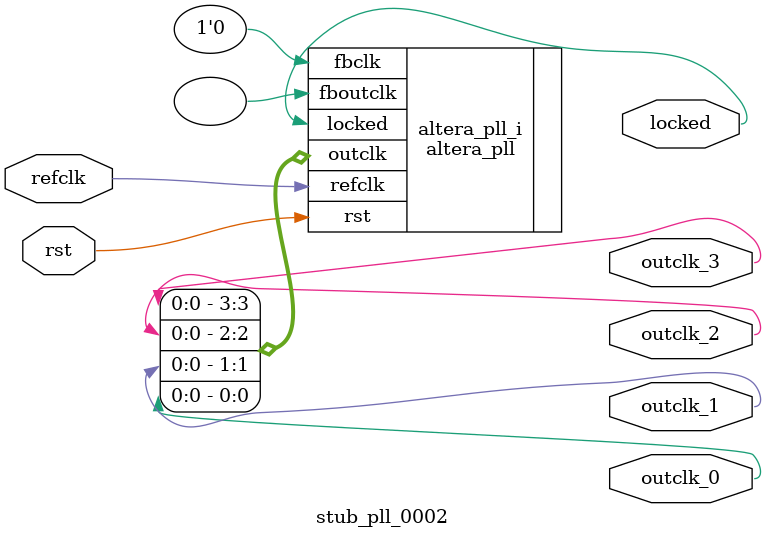
<source format=v>
`timescale 1ns/10ps
module  stub_pll_0002(

	// interface 'refclk'
	input wire refclk,

	// interface 'reset'
	input wire rst,

	// interface 'outclk0'
	output wire outclk_0,

	// interface 'outclk1'
	output wire outclk_1,

	// interface 'outclk2'
	output wire outclk_2,

	// interface 'outclk3'
	output wire outclk_3,

	// interface 'locked'
	output wire locked
);

	altera_pll #(
		.fractional_vco_multiplier("false"),
		.reference_clock_frequency("50.0 MHz"),
		.operation_mode("direct"),
		.number_of_clocks(4),
		.output_clock_frequency0("125.000000 MHz"),
		.phase_shift0("0 ps"),
		.duty_cycle0(50),
		.output_clock_frequency1("125.000000 MHz"),
		.phase_shift1("0 ps"),
		.duty_cycle1(50),
		.output_clock_frequency2("125.000000 MHz"),
		.phase_shift2("0 ps"),
		.duty_cycle2(50),
		.output_clock_frequency3("20.000000 MHz"),
		.phase_shift3("0 ps"),
		.duty_cycle3(50),
		.output_clock_frequency4("0 MHz"),
		.phase_shift4("0 ps"),
		.duty_cycle4(50),
		.output_clock_frequency5("0 MHz"),
		.phase_shift5("0 ps"),
		.duty_cycle5(50),
		.output_clock_frequency6("0 MHz"),
		.phase_shift6("0 ps"),
		.duty_cycle6(50),
		.output_clock_frequency7("0 MHz"),
		.phase_shift7("0 ps"),
		.duty_cycle7(50),
		.output_clock_frequency8("0 MHz"),
		.phase_shift8("0 ps"),
		.duty_cycle8(50),
		.output_clock_frequency9("0 MHz"),
		.phase_shift9("0 ps"),
		.duty_cycle9(50),
		.output_clock_frequency10("0 MHz"),
		.phase_shift10("0 ps"),
		.duty_cycle10(50),
		.output_clock_frequency11("0 MHz"),
		.phase_shift11("0 ps"),
		.duty_cycle11(50),
		.output_clock_frequency12("0 MHz"),
		.phase_shift12("0 ps"),
		.duty_cycle12(50),
		.output_clock_frequency13("0 MHz"),
		.phase_shift13("0 ps"),
		.duty_cycle13(50),
		.output_clock_frequency14("0 MHz"),
		.phase_shift14("0 ps"),
		.duty_cycle14(50),
		.output_clock_frequency15("0 MHz"),
		.phase_shift15("0 ps"),
		.duty_cycle15(50),
		.output_clock_frequency16("0 MHz"),
		.phase_shift16("0 ps"),
		.duty_cycle16(50),
		.output_clock_frequency17("0 MHz"),
		.phase_shift17("0 ps"),
		.duty_cycle17(50),
		.pll_type("General"),
		.pll_subtype("General")
	) altera_pll_i (
		.rst	(rst),
		.outclk	({outclk_3, outclk_2, outclk_1, outclk_0}),
		.locked	(locked),
		.fboutclk	( ),
		.fbclk	(1'b0),
		.refclk	(refclk)
	);
endmodule


</source>
